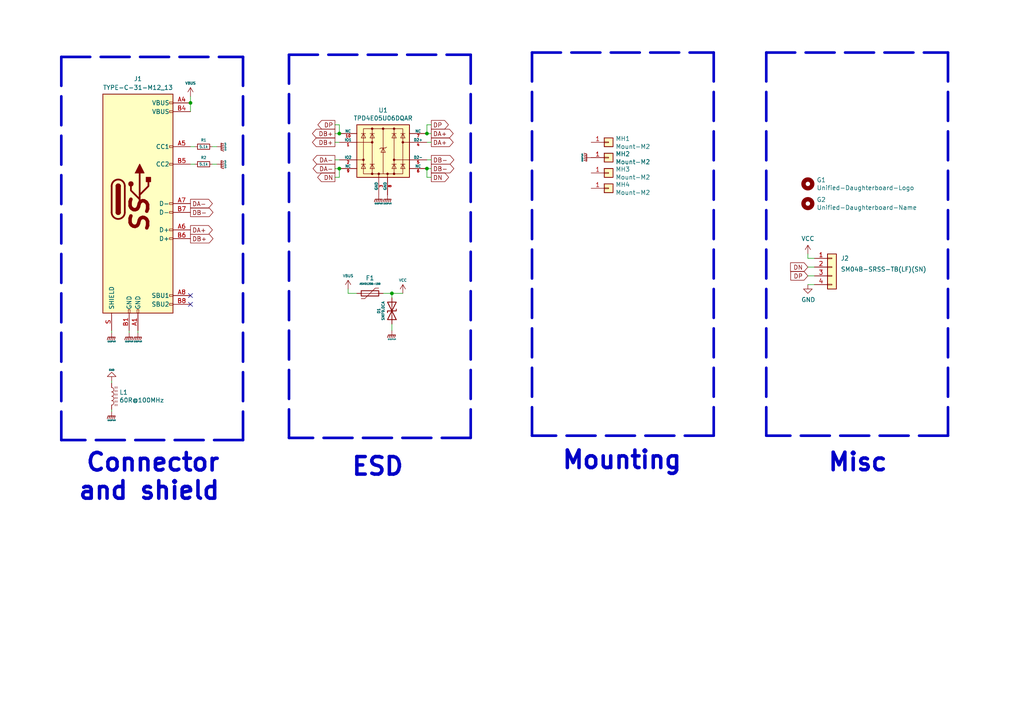
<source format=kicad_sch>
(kicad_sch (version 20211123) (generator eeschema)
  (paper "A4")
  (title_block (title "Unified Daughterboard") (date "2020-03-22") (rev "C3") (company "Designed by the keyboard community"))
  (lib_symbols
    (symbol "Connector_Generic:Conn_01x01" (pin_names (offset 1.016) hide)
      (property "Reference" "J" (at 0 2.54 0))
      (property "Value" "Conn_01x01" (at 0 -2.54 0))
      (symbol "Conn_01x01_1_1"
        (rectangle (start -1.27 0.127) (end 0 -0.127) (stroke (width 0.1524)))
        (rectangle (start -1.27 1.27) (end 1.27 -1.27) (stroke (width 0.254)) (fill (type background)))
        (pin passive line (at -5.08 0 0) (length 3.81) (name "Pin_1") (number "1"))
      )
    )
    (symbol "Connector_Generic:Conn_01x04" (pin_names (offset 1.016) hide)
      (property "Reference" "J" (at 0 5.08 0))
      (property "Value" "Conn_01x04" (at 0 -7.62 0))
      (symbol "Conn_01x04_1_1"
        (rectangle (start -1.27 -4.953) (end 0 -5.207) (stroke (width 0.1524)))
        (rectangle (start -1.27 -2.413) (end 0 -2.667) (stroke (width 0.1524)))
        (rectangle (start -1.27 0.127) (end 0 -0.127) (stroke (width 0.1524)))
        (rectangle (start -1.27 2.667) (end 0 2.413) (stroke (width 0.1524)))
        (rectangle (start -1.27 3.81) (end 1.27 -6.35) (stroke (width 0.254)) (fill (type background)))
        (pin passive line (at -5.08 2.54 0) (length 3.81) (name "Pin_1") (number "1"))
        (pin passive line (at -5.08 0 0) (length 3.81) (name "Pin_2") (number "2"))
        (pin passive line (at -5.08 -2.54 0) (length 3.81) (name "Pin_3") (number "3"))
        (pin passive line (at -5.08 -5.08 0) (length 3.81) (name "Pin_4") (number "4"))
      )
    )
    (symbol "Device:D_TVS" (pin_numbers hide) (pin_names (offset 1.016) hide)
      (property "Reference" "D" (at 0 2.54 0))
      (property "Value" "D_TVS" (at 0 -2.54 0))
      (symbol "D_TVS_0_1"
        (polyline (pts (xy 1.27 0) (xy -1.27 0)))
        (polyline (pts (xy 0.508 1.27) (xy 0 1.27) (xy 0 -1.27) (xy -0.508 -1.27)) (stroke (width 0.254)))
        (polyline (pts (xy -2.54 1.27) (xy -2.54 -1.27) (xy 2.54 1.27) (xy 2.54 -1.27) (xy -2.54 1.27)) (stroke (width 0.254)))
      )
      (symbol "D_TVS_1_1"
        (pin passive line (at -3.81 0 0) (length 2.54) (name "A1") (number "1"))
        (pin passive line (at 3.81 0 180) (length 2.54) (name "A2") (number "2"))
      )
    )
    (symbol "Device:L_Core_Ferrite" (pin_numbers hide) (pin_names (offset 1.016) hide)
      (property "Reference" "L" (at -1.27 0 90))
      (property "Value" "Device_L_Core_Ferrite" (at 2.794 0 90))
      (symbol "L_Core_Ferrite_0_1"
        (arc (start 0 -2.54) (mid 0.635 -1.905) (end 0 -1.27))
        (arc (start 0 -1.27) (mid 0.635 -0.635) (end 0 0))
        (polyline (pts (xy 1.016 -2.794) (xy 1.016 -2.286)))
        (polyline (pts (xy 1.016 -1.778) (xy 1.016 -1.27)))
        (polyline (pts (xy 1.016 -0.762) (xy 1.016 -0.254)))
        (polyline (pts (xy 1.016 0.254) (xy 1.016 0.762)))
        (polyline (pts (xy 1.016 1.27) (xy 1.016 1.778)))
        (polyline (pts (xy 1.016 2.286) (xy 1.016 2.794)))
        (polyline (pts (xy 1.524 -2.286) (xy 1.524 -2.794)))
        (polyline (pts (xy 1.524 -1.27) (xy 1.524 -1.778)))
        (polyline (pts (xy 1.524 -0.254) (xy 1.524 -0.762)))
        (polyline (pts (xy 1.524 0.762) (xy 1.524 0.254)))
        (polyline (pts (xy 1.524 1.778) (xy 1.524 1.27)))
        (polyline (pts (xy 1.524 2.794) (xy 1.524 2.286)))
        (arc (start 0 0) (mid 0.635 0.635) (end 0 1.27))
        (arc (start 0 1.27) (mid 0.635 1.905) (end 0 2.54))
      )
      (symbol "L_Core_Ferrite_1_1"
        (pin passive line (at 0 3.81 270) (length 1.27) (name "1") (number "1"))
        (pin passive line (at 0 -3.81 90) (length 1.27) (name "2") (number "2"))
      )
    )
    (symbol "Device:Polyfuse" (pin_numbers hide) (pin_names (offset 0))
      (property "Reference" "F" (at -2.54 0 90))
      (property "Value" "Polyfuse" (at 2.54 0 90))
      (symbol "Polyfuse_0_1"
        (rectangle (start -0.762 2.54) (end 0.762 -2.54) (stroke (width 0.254)))
        (polyline (pts (xy 0 2.54) (xy 0 -2.54)))
        (polyline (pts (xy -1.524 2.54) (xy -1.524 1.524) (xy 1.524 -1.524) (xy 1.524 -2.54)))
      )
      (symbol "Polyfuse_1_1"
        (pin passive line (at 0 3.81 270) (length 1.27) (name "~") (number "1"))
        (pin passive line (at 0 -3.81 90) (length 1.27) (name "~") (number "2"))
      )
    )
    (symbol "Device:R_Small" (pin_numbers hide) (pin_names (offset 0.254) hide)
      (property "Reference" "R" (at 0.762 0.508 0))
      (property "Value" "R_Small" (at 0.762 -1.016 0))
      (symbol "R_Small_0_1"
        (rectangle (start -0.762 1.778) (end 0.762 -1.778) (stroke (width 0.2032)))
      )
      (symbol "R_Small_1_1"
        (pin passive line (at 0 2.54 270) (length 0.762) (name "~") (number "1"))
        (pin passive line (at 0 -2.54 90) (length 0.762) (name "~") (number "2"))
      )
    )
    (symbol "Mechanical:MountingHole" (pin_names (offset 1.016))
      (property "Reference" "H" (at 0 5.08 0))
      (property "Value" "MountingHole" (at 0 3.175 0))
      (symbol "MountingHole_0_1"
        (circle (center 0 0) (radius 1.27) (stroke (width 1.27)))
      )
    )
    (symbol "acheronSymbols:TPD4E05U06DQAR" (pin_names (offset 0))
      (property "Reference" "U" (at 0 12.7 0))
      (property "Value" "acheronSymbols_TPD4E05U06DQAR" (at 0 10.16 0))
      (symbol "TPD4E05U06DQAR_0_0"
        (rectangle (start -5.715 6.477) (end 5.715 -6.604))
        (polyline (pts (xy -3.175 -6.604) (xy -3.175 6.477)))
        (polyline (pts (xy 0 6.477) (xy 0 -6.604)))
        (polyline (pts (xy 3.175 6.477) (xy 3.175 -6.604)))
      )
      (symbol "TPD4E05U06DQAR_0_1"
        (rectangle (start -7.62 7.62) (end 7.62 -7.62) (stroke (width 0.254)) (fill (type background)))
        (circle (center -5.715 -2.54) (radius 0.2794) (fill (type outline)))
        (circle (center -3.175 -6.604) (radius 0.2794) (fill (type outline)))
        (circle (center -3.175 2.54) (radius 0.2794) (fill (type outline)))
        (circle (center -3.175 6.477) (radius 0.2794) (fill (type outline)))
        (circle (center -1.27 -6.604) (radius 0.2794) (fill (type outline)))
        (polyline (pts (xy -7.747 2.54) (xy -3.175 2.54)))
        (polyline (pts (xy -7.62 -2.54) (xy -5.715 -2.54)))
        (polyline (pts (xy -5.08 -3.81) (xy -6.35 -3.81)))
        (polyline (pts (xy -5.08 5.08) (xy -6.35 5.08)))
        (polyline (pts (xy -2.54 -3.81) (xy -3.81 -3.81)))
        (polyline (pts (xy -2.54 5.08) (xy -3.81 5.08)))
        (polyline (pts (xy -1.27 -6.604) (xy -1.27 -7.62)))
        (polyline (pts (xy -0.635 0.889) (xy -1.016 0.635)))
        (polyline (pts (xy 0.635 0.889) (xy -0.635 0.889)))
        (polyline (pts (xy 0.635 0.889) (xy 1.016 1.143)))
        (polyline (pts (xy 3.81 -3.81) (xy 2.54 -3.81)))
        (polyline (pts (xy 3.81 5.08) (xy 2.54 5.08)))
        (polyline (pts (xy 6.35 -3.81) (xy 5.08 -3.81)))
        (polyline (pts (xy 6.35 5.08) (xy 5.08 5.08)))
        (polyline (pts (xy 7.62 -2.54) (xy 3.175 -2.54)))
        (polyline (pts (xy 7.62 2.54) (xy 5.715 2.54)))
        (polyline (pts (xy -5.08 -5.08) (xy -6.35 -5.08) (xy -5.715 -3.81) (xy -5.08 -5.08)))
        (polyline (pts (xy -5.08 3.81) (xy -6.35 3.81) (xy -5.715 5.08) (xy -5.08 3.81)))
        (polyline (pts (xy -2.54 -5.08) (xy -3.81 -5.08) (xy -3.175 -3.81) (xy -2.54 -5.08)))
        (polyline (pts (xy -2.54 3.81) (xy -3.81 3.81) (xy -3.175 5.08) (xy -2.54 3.81)))
        (polyline (pts (xy 0.635 -0.381) (xy -0.635 -0.381) (xy 0 0.889) (xy 0.635 -0.381)))
        (polyline (pts (xy 3.81 -5.08) (xy 2.54 -5.08) (xy 3.175 -3.81) (xy 3.81 -5.08)))
        (polyline (pts (xy 3.81 3.81) (xy 2.54 3.81) (xy 3.175 5.08) (xy 3.81 3.81)))
        (polyline (pts (xy 6.35 -5.08) (xy 5.08 -5.08) (xy 5.715 -3.81) (xy 6.35 -5.08)))
        (polyline (pts (xy 6.35 3.81) (xy 5.08 3.81) (xy 5.715 5.08) (xy 6.35 3.81)))
        (circle (center 0 6.477) (radius 0.2794) (fill (type outline)))
        (circle (center 3.175 -6.604) (radius 0.2794) (fill (type outline)))
        (circle (center 3.175 -2.54) (radius 0.2794) (fill (type outline)))
        (circle (center 3.175 6.477) (radius 0.2794) (fill (type outline)))
        (circle (center 5.715 2.54) (radius 0.2794) (fill (type outline)))
      )
      (symbol "TPD4E05U06DQAR_1_1"
        (polyline (pts (xy 1.27 -6.604) (xy 1.27 -7.62)))
        (circle (center 1.27 -6.604) (radius 0.2794) (fill (type outline)))
        (pin bidirectional line (at -12.7 2.54 0) (length 5.08) (name "IO1") (number "1"))
        (pin bidirectional line (at -12.7 5.08 0) (length 5.08) (name "NC") (number "10"))
        (pin bidirectional line (at -12.7 -2.54 0) (length 5.08) (name "IO2") (number "2"))
        (pin power_in line (at -1.27 -12.7 90) (length 5.08) (name "GND") (number "3"))
        (pin bidirectional line (at 12.7 2.54 180) (length 5.08) (name "D2+") (number "4"))
        (pin bidirectional line (at 12.7 -2.54 180) (length 5.08) (name "D2-") (number "5"))
        (pin bidirectional line (at 12.7 -5.08 180) (length 5.08) (name "NC") (number "6"))
        (pin bidirectional line (at 12.7 5.08 180) (length 5.08) (name "NC") (number "7"))
        (pin power_in line (at 1.27 -12.7 90) (length 5.08) (name "GND") (number "8"))
        (pin bidirectional line (at -12.7 -5.08 0) (length 5.08) (name "NC") (number "9"))
      )
    )
    (symbol "acheronSymbols:TYPE-C-31-M12_13" (pin_names (offset 1.016))
      (property "Reference" "J" (at -1.27 35.56 0))
      (property "Value" "acheronSymbols_TYPE-C-31-M12_13" (at 10.16 33.02 0))
      (symbol "TYPE-C-31-M12_13_0_0"
        (rectangle (start -0.254 -31.75) (end 0.254 -30.734))
        (rectangle (start 10.16 -28.956) (end 9.144 -29.464))
        (rectangle (start 10.16 -26.416) (end 9.144 -26.924))
        (rectangle (start 10.16 -9.906) (end 9.144 -10.414))
        (rectangle (start 10.16 -7.366) (end 9.144 -7.874))
        (rectangle (start 10.16 -2.286) (end 9.144 -2.794))
        (rectangle (start 10.16 0.254) (end 9.144 -0.254))
        (rectangle (start 10.16 11.684) (end 9.144 11.176))
        (rectangle (start 10.16 16.764) (end 9.144 16.256))
        (rectangle (start 10.16 29.464) (end 9.144 28.956))
        (text "SS" (at 0.508 -3.175 900) (effects (font (size 5.08 5.08) bold italic)))
      )
      (symbol "TYPE-C-31-M12_13_0_1"
        (rectangle (start -10.16 31.75) (end 10.16 -31.75) (stroke (width 0.254)) (fill (type background)))
        (arc (start -7.62 -2.54) (mid -5.715 -4.445) (end -3.81 -2.54) (stroke (width 0.508)))
        (arc (start -6.35 -2.54) (mid -5.715 -3.175) (end -5.08 -2.54) (stroke (width 0.254)))
        (arc (start -6.35 -2.54) (mid -5.715 -3.175) (end -5.08 -2.54) (stroke (width 0.254)) (fill (type outline)))
        (rectangle (start -6.35 -2.54) (end -5.08 5.08) (stroke (width 0.254)) (fill (type outline)))
        (arc (start -5.08 5.08) (mid -5.715 5.715) (end -6.35 5.08) (stroke (width 0.254)))
        (arc (start -5.08 5.08) (mid -5.715 5.715) (end -6.35 5.08) (stroke (width 0.254)) (fill (type outline)))
        (arc (start -3.81 5.08) (mid -5.715 6.985) (end -7.62 5.08) (stroke (width 0.508)))
        (circle (center -2.032 5.715) (radius 0.635) (stroke (width 0.254)) (fill (type outline)))
        (polyline (pts (xy -7.62 -2.54) (xy -7.62 5.08)) (stroke (width 0.508)))
        (polyline (pts (xy -3.81 5.08) (xy -3.81 -2.54)) (stroke (width 0.508)))
        (polyline (pts (xy 0.508 0) (xy 0.508 8.89)) (stroke (width 0.508)))
        (polyline (pts (xy 0.508 1.27) (xy -2.032 3.81) (xy -2.032 5.08)) (stroke (width 0.508)))
        (polyline (pts (xy 0.508 2.54) (xy 3.048 5.08) (xy 3.048 6.35)) (stroke (width 0.508)))
        (polyline (pts (xy -0.762 8.89) (xy 0.508 11.43) (xy 1.778 8.89) (xy -0.762 8.89)) (stroke (width 0.254)) (fill (type outline)))
        (rectangle (start 2.413 6.35) (end 3.683 7.62) (stroke (width 0.254)) (fill (type outline)))
      )
      (symbol "TYPE-C-31-M12_13_1_1"
        (rectangle (start -2.794 -31.75) (end -2.286 -30.734))
        (rectangle (start 10.16 26.924) (end 9.144 26.416))
        (pin power_out line (at 0 -36.83 90) (length 5.08) (name "GND") (number "A1"))
        (pin power_out line (at 15.24 29.21 180) (length 5.08) (name "VBUS") (number "A4"))
        (pin bidirectional line (at 15.24 16.51 180) (length 5.08) (name "CC1") (number "A5"))
        (pin bidirectional line (at 15.24 -7.62 180) (length 5.08) (name "D+") (number "A6"))
        (pin bidirectional line (at 15.24 0 180) (length 5.08) (name "D-") (number "A7"))
        (pin bidirectional line (at 15.24 -26.67 180) (length 5.08) (name "SBU1") (number "A8"))
        (pin power_out line (at -2.54 -36.83 90) (length 5.08) (name "GND") (number "B1"))
        (pin power_out line (at 15.24 26.67 180) (length 5.08) (name "VBUS") (number "B4"))
        (pin bidirectional line (at 15.24 11.43 180) (length 5.08) (name "CC2") (number "B5"))
        (pin bidirectional line (at 15.24 -10.16 180) (length 5.08) (name "D+") (number "B6"))
        (pin bidirectional line (at 15.24 -2.54 180) (length 5.08) (name "D-") (number "B7"))
        (pin bidirectional line (at 15.24 -29.21 180) (length 5.08) (name "SBU2") (number "B8"))
        (pin passive line (at -7.62 -36.83 90) (length 5.08) (name "SHIELD") (number "S"))
      )
    )
    (symbol "power:GND" (power) (pin_names (offset 0))
      (property "Value" "GND" (at 0 -3.81 0))
      (symbol "GND_0_1"
        (polyline (pts (xy 0 0) (xy 0 -1.27) (xy 1.27 -1.27) (xy 0 -2.54) (xy -1.27 -1.27) (xy 0 -1.27)))
      )
      (symbol "GND_1_1"
        (pin power_in line (at 0 0 270) (length 0) hide (name "GND") (number "1"))
      )
    )
    (symbol "power:GNDPWR" (power) (pin_names (offset 0))
      (property "Value" "GNDPWR" (at 0 -3.302 0))
      (symbol "GNDPWR_0_1"
        (polyline (pts (xy 0 -1.27) (xy 0 0)))
        (polyline (pts (xy -1.016 -1.27) (xy -1.27 -2.032) (xy -1.27 -2.032)) (stroke (width 0.2032)))
        (polyline (pts (xy -0.508 -1.27) (xy -0.762 -2.032) (xy -0.762 -2.032)) (stroke (width 0.2032)))
        (polyline (pts (xy 0 -1.27) (xy -0.254 -2.032) (xy -0.254 -2.032)) (stroke (width 0.2032)))
        (polyline (pts (xy 0.508 -1.27) (xy 0.254 -2.032) (xy 0.254 -2.032)) (stroke (width 0.2032)))
        (polyline (pts (xy 1.016 -1.27) (xy -1.016 -1.27) (xy -1.016 -1.27)) (stroke (width 0.2032)))
        (polyline (pts (xy 1.016 -1.27) (xy 0.762 -2.032) (xy 0.762 -2.032) (xy 0.762 -2.032)) (stroke (width 0.2032)))
      )
      (symbol "GNDPWR_1_1"
        (pin power_in line (at 0 0 270) (length 0) hide (name "GNDPWR") (number "1"))
      )
    )
    (symbol "power:VBUS" (power) (pin_names (offset 0))
      (property "Value" "VBUS" (at 0 3.81 0))
      (symbol "VBUS_0_1"
        (polyline (pts (xy -0.762 1.27) (xy 0 2.54)))
        (polyline (pts (xy 0 0) (xy 0 2.54)))
        (polyline (pts (xy 0 2.54) (xy 0.762 1.27)))
      )
      (symbol "VBUS_1_1"
        (pin power_in line (at 0 0 90) (length 0) hide (name "VBUS") (number "1"))
      )
    )
    (symbol "power:VCC" (power) (pin_names (offset 0))
      (property "Value" "VCC" (at 0 3.81 0))
      (symbol "VCC_0_1"
        (polyline (pts (xy -0.762 1.27) (xy 0 2.54)))
        (polyline (pts (xy 0 0) (xy 0 2.54)))
        (polyline (pts (xy 0 2.54) (xy 0.762 1.27)))
      )
      (symbol "VCC_1_1"
        (pin power_in line (at 0 0 90) (length 0) hide (name "VCC") (number "1"))
      )
    )
  )
  (junction (at 55.245 29.845))
  (junction (at 98.425 48.895))
  (junction (at 113.665 85.09))
  (junction (at 123.825 48.895))
  (junction (at 123.825 38.735))
  (junction (at 98.425 38.735))
  (no_connect (at 55.245 85.725))
  (no_connect (at 55.245 88.265))
  (wire (pts (xy 123.825 48.895) (xy 125.095 48.895)))
  (wire (pts (xy 55.245 47.625) (xy 56.515 47.625)))
  (wire (pts (xy 97.155 41.275) (xy 98.425 41.275)))
  (polyline (pts (xy 70.485 16.51) (xy 70.485 127.635)) (stroke (width 0.762)))
  (wire (pts (xy 32.385 110.49) (xy 32.385 111.125)))
  (wire (pts (xy 55.245 29.845) (xy 55.245 32.385)))
  (wire (pts (xy 37.465 95.885) (xy 37.465 96.52)))
  (wire (pts (xy 123.825 38.735) (xy 125.095 38.735)))
  (wire (pts (xy 123.825 41.275) (xy 125.095 41.275)))
  (wire (pts (xy 123.825 46.355) (xy 125.095 46.355)))
  (wire (pts (xy 32.385 118.745) (xy 32.385 119.38)))
  (wire (pts (xy 234.315 74.93) (xy 236.22 74.93)))
  (wire (pts (xy 236.22 77.47) (xy 234.315 77.47)))
  (polyline (pts (xy 70.485 127.635) (xy 17.78 127.635)) (stroke (width 0.762)))
  (wire (pts (xy 97.155 36.195) (xy 98.425 36.195)))
  (wire (pts (xy 97.155 46.355) (xy 98.425 46.355)))
  (wire (pts (xy 123.825 51.435) (xy 125.095 51.435)))
  (polyline (pts (xy 83.82 15.875) (xy 83.82 127)) (stroke (width 0.762)))
  (wire (pts (xy 100.965 83.82) (xy 100.965 85.09)))
  (wire (pts (xy 32.385 95.885) (xy 32.385 96.52)))
  (polyline (pts (xy 136.525 15.875) (xy 136.525 127)) (stroke (width 0.762)))
  (wire (pts (xy 234.315 80.01) (xy 236.22 80.01)))
  (polyline (pts (xy 154.305 15.24) (xy 154.305 126.365)) (stroke (width 0.762)))
  (wire (pts (xy 55.245 42.545) (xy 56.515 42.545)))
  (wire (pts (xy 234.315 82.55) (xy 236.22 82.55)))
  (polyline (pts (xy 222.25 15.24) (xy 222.25 126.365)) (stroke (width 0.762)))
  (wire (pts (xy 113.665 85.09) (xy 113.665 86.36)))
  (polyline (pts (xy 17.78 16.51) (xy 70.485 16.51)) (stroke (width 0.762)))
  (polyline (pts (xy 83.82 15.875) (xy 136.525 15.875)) (stroke (width 0.762)))
  (polyline (pts (xy 222.25 15.24) (xy 274.955 15.24)) (stroke (width 0.762)))
  (wire (pts (xy 100.965 85.09) (xy 103.505 85.09)))
  (wire (pts (xy 123.825 36.195) (xy 123.825 38.735)))
  (wire (pts (xy 40.005 95.885) (xy 40.005 96.52)))
  (wire (pts (xy 111.125 85.09) (xy 113.665 85.09)))
  (polyline (pts (xy 207.01 15.24) (xy 207.01 126.365)) (stroke (width 0.762)))
  (polyline (pts (xy 136.525 127) (xy 83.82 127)) (stroke (width 0.762)))
  (wire (pts (xy 61.595 47.625) (xy 62.865 47.625)))
  (wire (pts (xy 234.315 73.66) (xy 234.315 74.93)))
  (wire (pts (xy 55.245 27.94) (xy 55.245 29.845)))
  (polyline (pts (xy 17.78 16.51) (xy 17.78 127.635)) (stroke (width 0.762)))
  (wire (pts (xy 97.155 48.895) (xy 98.425 48.895)))
  (polyline (pts (xy 207.01 126.365) (xy 154.305 126.365)) (stroke (width 0.762)))
  (wire (pts (xy 113.665 93.98) (xy 113.665 95.885)))
  (wire (pts (xy 98.425 36.195) (xy 98.425 38.735)))
  (polyline (pts (xy 154.305 15.24) (xy 207.01 15.24)) (stroke (width 0.762)))
  (polyline (pts (xy 274.955 126.365) (xy 222.25 126.365)) (stroke (width 0.762)))
  (wire (pts (xy 97.155 51.435) (xy 98.425 51.435)))
  (polyline (pts (xy 274.955 15.24) (xy 274.955 126.365)) (stroke (width 0.762)))
  (wire (pts (xy 113.665 85.09) (xy 116.84 85.09)))
  (wire (pts (xy 97.155 38.735) (xy 98.425 38.735)))
  (wire (pts (xy 125.095 36.195) (xy 123.825 36.195)))
  (wire (pts (xy 61.595 42.545) (xy 62.865 42.545)))
  (wire (pts (xy 98.425 51.435) (xy 98.425 48.895)))
  (wire (pts (xy 123.825 48.895) (xy 123.825 51.435)))
  (text "ESD" (at 117.475 138.43 180) (effects (font (size 5.08 5.08) (thickness 1.016) bold) (justify right bottom)))
  (text "Misc" (at 257.81 137.16 180) (effects (font (size 5.08 5.08) (thickness 1.016) bold) (justify right bottom)))
  (text "Mounting" (at 198.12 136.525 180) (effects (font (size 5.08 5.08) (thickness 1.016) bold) (justify right bottom)))
  (text "Connector\nand shield" (at 64.135 145.415 180) (effects (font (size 5.08 5.08) (thickness 1.016) bold) (justify right bottom)))
  (global_label "DA-" (shape output) (at 97.155 48.895 180) (property "Intersheet References" "${INTERSHEET_REFS}" (effects hide)))
  (global_label "DB-" (shape output) (at 125.095 48.895 0) (property "Intersheet References" "${INTERSHEET_REFS}" (effects hide)))
  (global_label "DB+" (shape output) (at 97.155 38.735 180) (property "Intersheet References" "${INTERSHEET_REFS}" (effects hide)))
  (global_label "DB-" (shape output) (at 55.245 61.595 0) (property "Intersheet References" "${INTERSHEET_REFS}" (effects hide)))
  (global_label "DA+" (shape output) (at 55.245 66.675 0) (property "Intersheet References" "${INTERSHEET_REFS}" (effects hide)))
  (global_label "DB+" (shape output) (at 97.155 41.275 180) (property "Intersheet References" "${INTERSHEET_REFS}" (effects hide)))
  (global_label "DB-" (shape output) (at 125.095 46.355 0) (property "Intersheet References" "${INTERSHEET_REFS}" (effects hide)))
  (global_label "DP" (shape input) (at 234.315 80.01 180) (property "Intersheet References" "${INTERSHEET_REFS}" (effects hide)))
  (global_label "DA+" (shape output) (at 125.095 41.275 0) (property "Intersheet References" "${INTERSHEET_REFS}" (effects hide)))
  (global_label "DN" (shape input) (at 234.315 77.47 180) (property "Intersheet References" "${INTERSHEET_REFS}" (effects hide)))
  (global_label "DA-" (shape output) (at 97.155 46.355 180) (property "Intersheet References" "${INTERSHEET_REFS}" (effects hide)))
  (global_label "DN" (shape output) (at 97.155 51.435 180) (property "Intersheet References" "${INTERSHEET_REFS}" (effects hide)))
  (global_label "DA+" (shape output) (at 125.095 38.735 0) (property "Intersheet References" "${INTERSHEET_REFS}" (effects hide)))
  (global_label "DB+" (shape output) (at 55.245 69.215 0) (property "Intersheet References" "${INTERSHEET_REFS}" (effects hide)))
  (global_label "DP" (shape output) (at 97.155 36.195 180) (property "Intersheet References" "${INTERSHEET_REFS}" (effects hide)))
  (global_label "DA-" (shape output) (at 55.245 59.055 0) (property "Intersheet References" "${INTERSHEET_REFS}" (effects hide)))
  (global_label "DP" (shape output) (at 125.095 36.195 0) (property "Intersheet References" "${INTERSHEET_REFS}" (effects hide)))
  (global_label "DN" (shape output) (at 125.095 51.435 0) (property "Intersheet References" "${INTERSHEET_REFS}" (effects hide)))
  (symbol (lib_id "Connector_Generic:Conn_01x04") (at 241.3 77.47 0) (unit 1)
    (property "Reference" "J2" (at 243.84 74.93 0) (effects (justify left)))
    (property "Value" "SM04B-SRSS-TB(LF)(SN)" (at 243.84 78.105 0) (effects (justify left)))
    (property "Footprint" "random-keyboard-parts:JST-SR-4" (effects hide))
    (property "Manufacturer" "JST Sales America" (effects hide))
    (property "Manufacturer Part No" "SM04B-SRSS-TB(LF)(SN)" (effects hide))
    (property "LCSC Part No" "C160404" (effects hide))
  )
  (symbol (lib_id "Device:R_Small") (at 59.055 42.545 90) (unit 1)
    (property "Reference" "R1" (at 59.055 40.64 90) (effects (font (size 0.762 0.762))))
    (property "Value" "5.1k" (at 59.055 42.545 90) (effects (font (size 0.762 0.762))))
    (property "Footprint" "Resistors_SMD:R_0603" (effects hide))
    (property "Package" "R0603" (effects hide))
  )
  (symbol (lib_id "Device:R_Small") (at 59.055 47.625 90) (unit 1)
    (property "Reference" "R2" (at 59.055 45.72 90) (effects (font (size 0.762 0.762))))
    (property "Value" "5.1k" (at 59.055 47.625 90) (effects (font (size 0.762 0.762))))
    (property "Footprint" "Resistors_SMD:R_0603" (effects hide))
    (property "Package" "R0603" (effects hide))
  )
  (symbol (lib_id "power:GND") (at 234.315 82.55 0) (unit 1)
    (property "Reference" "#PWR0104" (effects hide))
    (property "Value" "GND" (at 234.442 86.9442 0))
  )
  (symbol (lib_id "Connector_Generic:Conn_01x01") (at 176.53 41.275 0) (unit 1)
    (property "Reference" "MH1" (at 178.5366 40.2082 0) (effects (justify left)))
    (property "Value" "Mount-M2" (at 178.5366 42.5196 0) (effects (justify left)))
    (property "Footprint" "random-keyboard-parts:Generic-Mounthole" (effects hide))
  )
  (symbol (lib_id "Connector_Generic:Conn_01x01") (at 176.53 45.72 0) (unit 1)
    (property "Reference" "MH2" (at 178.5366 44.6532 0) (effects (justify left)))
    (property "Value" "Mount-M2" (at 178.5366 46.9646 0) (effects (justify left)))
    (property "Footprint" "random-keyboard-parts:Generic-Mounthole" (effects hide))
  )
  (symbol (lib_id "Connector_Generic:Conn_01x01") (at 176.53 50.165 0) (unit 1)
    (property "Reference" "MH3" (at 178.5366 49.0982 0) (effects (justify left)))
    (property "Value" "Mount-M2" (at 178.5366 51.4096 0) (effects (justify left)))
    (property "Footprint" "random-keyboard-parts:Generic-Mounthole" (effects hide))
  )
  (symbol (lib_id "Connector_Generic:Conn_01x01") (at 176.53 54.61 0) (unit 1)
    (property "Reference" "MH4" (at 178.5366 53.5432 0) (effects (justify left)))
    (property "Value" "Mount-M2" (at 178.5366 55.8546 0) (effects (justify left)))
    (property "Footprint" "random-keyboard-parts:Generic-Mounthole" (effects hide))
  )
  (symbol (lib_id "Device:D_TVS") (at 113.665 90.17 270) (mirror x) (unit 1)
    (property "Reference" "D1" (at 109.855 90.17 0) (effects (font (size 0.762 0.762))))
    (property "Value" "SMF9.0CA" (at 111.125 90.17 0) (effects (font (size 0.762 0.762))))
    (property "Footprint" "acheron_Components:D_SOD-123_Bidirectional" (effects hide))
    (property "Package" "SOD-123F-B" (effects hide))
    (property "Manufacturer" "Microdiode Electronics" (effects hide))
    (property "Manufacturer Part No" "SMF9.0CA" (effects hide))
    (property "LCSC Part No" "C123799" (effects hide))
  )
  (symbol (lib_id "acheronSymbols:TYPE-C-31-M12_13") (at 40.005 59.055 0) (unit 1)
    (property "Reference" "J1" (at 40.005 22.86 0))
    (property "Value" "TYPE-C-31-M12_13" (at 40.005 25.4 0))
    (property "Footprint" "acheron_Connectors:TYPE-C-31-M-12" (effects hide))
    (property "Manufacturer" "Korean Hroparts" (effects hide))
    (property "Manufacturer Part No" "TYPE-C-31-M-12" (effects hide))
    (property "LCSC Part No" "C165948" (effects hide))
  )
  (symbol (lib_id "power:GNDPWR") (at 32.385 96.52 0) (unit 1)
    (property "Reference" "#PWR0106" (effects hide))
    (property "Value" "GNDPWR" (at 32.385 99.06 0) (effects (font (size 0.381 0.381))))
  )
  (symbol (lib_id "power:GNDPWR") (at 37.465 96.52 0) (unit 1)
    (property "Reference" "#PWR0107" (effects hide))
    (property "Value" "GNDPWR" (at 37.465 99.06 0) (effects (font (size 0.381 0.381))))
  )
  (symbol (lib_id "power:VBUS") (at 55.245 27.94 0) (unit 1)
    (property "Reference" "#PWR0113" (effects hide))
    (property "Value" "VBUS" (at 55.245 24.13 0) (effects (font (size 0.762 0.762))))
  )
  (symbol (lib_id "power:GNDPWR") (at 40.005 96.52 0) (unit 1)
    (property "Reference" "#PWR0105" (effects hide))
    (property "Value" "GNDPWR" (at 40.005 99.06 0) (effects (font (size 0.381 0.381))))
  )
  (symbol (lib_id "Mechanical:MountingHole") (at 234.315 59.055 0) (unit 1)
    (property "Reference" "G2" (at 236.855 57.912 0) (effects (justify left)))
    (property "Value" "Unified-Daughterboard-Name" (at 236.855 60.198 0) (effects (justify left)))
    (property "Footprint" "Unified-Daughterboard-Logo:Unified-Daughterboard-Name.pretty" (effects hide))
  )
  (symbol (lib_id "power:GNDPWR") (at 62.865 42.545 90) (unit 1)
    (property "Reference" "#PWR0102" (effects hide))
    (property "Value" "GNDPWR" (at 65.405 42.545 0) (effects (font (size 0.381 0.381))))
  )
  (symbol (lib_id "power:GNDPWR") (at 62.865 47.625 90) (unit 1)
    (property "Reference" "#PWR0101" (effects hide))
    (property "Value" "GNDPWR" (at 65.405 47.625 0) (effects (font (size 0.381 0.381))))
  )
  (symbol (lib_id "power:GNDPWR") (at 171.45 45.72 270) (unit 1)
    (property "Reference" "#PWR0110" (effects hide))
    (property "Value" "GNDPWR" (at 168.91 45.72 0) (effects (font (size 0.381 0.381))))
  )
  (symbol (lib_id "acheronSymbols:TPD4E05U06DQAR") (at 111.125 43.815 0) (unit 1)
    (property "Reference" "U1" (at 111.125 31.9786 0))
    (property "Value" "TPD4E05U06DQAR" (at 111.125 34.29 0))
    (property "Footprint" "acheron_Components:USON-10_2.5x1.0mm_P0.5mm" (effects hide))
    (property "Manufacturer" "Texas Instruments" (effects hide))
    (property "Manufacturer Part No" "TPD4E05U06DQAR" (effects hide))
    (property "LCSC Part No" "C138714" (effects hide))
    (property "Package" "uSON-10" (effects hide))
  )
  (symbol (lib_id "power:GNDPWR") (at 113.665 95.885 0) (unit 1)
    (property "Reference" "#PWR0114" (effects hide))
    (property "Value" "GNDPWR" (at 113.665 98.425 0) (effects (font (size 0.381 0.381))))
  )
  (symbol (lib_id "power:VBUS") (at 100.965 83.82 0) (unit 1)
    (property "Reference" "#PWR0115" (effects hide))
    (property "Value" "VBUS" (at 100.965 80.01 0) (effects (font (size 0.762 0.762))))
  )
  (symbol (lib_id "Device:Polyfuse") (at 107.315 85.09 90) (unit 1)
    (property "Reference" "F1" (at 107.315 80.645 90))
    (property "Value" "ASMD1206-150" (at 107.315 82.3214 90) (effects (font (size 0.508 0.508))))
    (property "Footprint" "Fuse:Fuse_1206_3216Metric" (effects hide))
    (property "Manufacturer" "Shenzhen JDT Fuse" (effects hide))
    (property "Manufacturer Part No" "ASMD1206-150" (effects hide))
    (property "LCSC Part No" "C135342" (effects hide))
    (property "Package" "F1206" (effects hide))
  )
  (symbol (lib_id "power:GNDPWR") (at 109.855 56.515 0) (unit 1)
    (property "Reference" "#PWR0111" (effects hide))
    (property "Value" "GNDPWR" (at 109.855 59.055 0) (effects (font (size 0.381 0.381))))
  )
  (symbol (lib_id "power:VCC") (at 116.84 85.09 0) (unit 1)
    (property "Reference" "#PWR0119" (effects hide))
    (property "Value" "VCC" (at 116.84 81.28 0) (effects (font (size 0.762 0.762))))
  )
  (symbol (lib_id "power:GNDPWR") (at 112.395 56.515 0) (unit 1)
    (property "Reference" "#PWR0112" (effects hide))
    (property "Value" "GNDPWR" (at 112.395 59.055 0) (effects (font (size 0.381 0.381))))
  )
  (symbol (lib_id "power:VCC") (at 234.315 73.66 0) (unit 1)
    (property "Reference" "#PWR0103" (effects hide))
    (property "Value" "VCC" (at 234.315 69.215 0))
  )
  (symbol (lib_id "Device:L_Core_Ferrite") (at 32.385 114.935 0) (unit 1)
    (property "Reference" "L1" (at 34.6202 113.792 0) (effects (justify left)))
    (property "Value" "60R@100MHz" (at 34.6202 116.078 0) (effects (justify left)))
    (property "Footprint" "Inductor_SMD:L_1206_3216Metric" (effects hide))
    (property "Manufacturer" "MELED Industrial" (effects hide))
    (property "Manufacturer Part No" "MLB3216-600P4A(f)" (effects hide))
    (property "LCSC Part No" "C33600" (effects hide))
    (property "Package" "L1206" (effects hide))
  )
  (symbol (lib_id "Mechanical:MountingHole") (at 234.315 53.34 0) (unit 1)
    (property "Reference" "G1" (at 236.855 52.197 0) (effects (justify left)))
    (property "Value" "Unified-Daughterboard-Logo" (at 236.855 54.483 0) (effects (justify left)))
    (property "Footprint" "Unified-Daughterboard-Logo:Unified-Daughterboard-Logo.pretty" (effects hide))
  )
  (symbol (lib_id "power:GNDPWR") (at 32.385 119.38 0) (unit 1)
    (property "Reference" "#PWR0108" (effects hide))
    (property "Value" "GNDPWR" (at 32.385 121.92 0) (effects (font (size 0.381 0.381))))
  )
  (symbol (lib_id "power:GND") (at 32.385 110.49 180) (unit 1)
    (property "Reference" "#PWR0109" (effects hide))
    (property "Value" "GND" (at 32.385 107.315 0) (effects (font (size 0.508 0.508))))
  )
)
</source>
